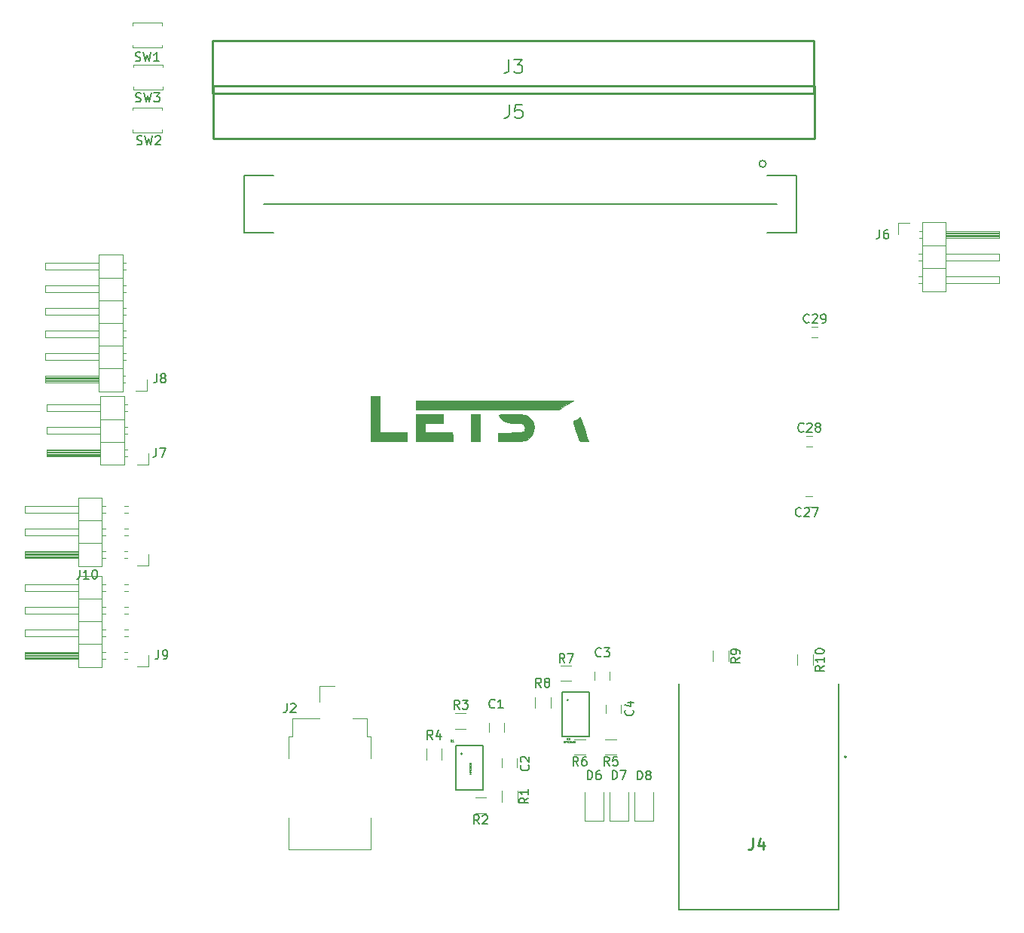
<source format=gbr>
G04 #@! TF.FileFunction,Legend,Top*
%FSLAX45Y45*%
G04 Gerber Fmt 4.5, Leading zero omitted, Abs format (unit mm)*
G04 Created by KiCad (PCBNEW 4.0.7) date 02/10/18 19:19:54*
%MOMM*%
%LPD*%
G01*
G04 APERTURE LIST*
%ADD10C,0.100000*%
%ADD11C,0.200000*%
%ADD12C,0.120000*%
%ADD13C,0.152400*%
%ADD14C,0.254000*%
%ADD15C,0.010000*%
%ADD16C,0.127000*%
%ADD17C,0.150000*%
%ADD18C,0.049267*%
%ADD19C,0.050000*%
%ADD20C,0.049235*%
G04 APERTURE END LIST*
D10*
D11*
X9992500Y-4585000D02*
X15762500Y-4585000D01*
D12*
X8177000Y-9788500D02*
X8177000Y-8760500D01*
X8177000Y-8760500D02*
X7911000Y-8760500D01*
X7911000Y-8760500D02*
X7911000Y-9788500D01*
X7911000Y-9788500D02*
X8177000Y-9788500D01*
X7911000Y-9693500D02*
X7311000Y-9693500D01*
X7311000Y-9693500D02*
X7311000Y-9617500D01*
X7311000Y-9617500D02*
X7911000Y-9617500D01*
X7911000Y-9687500D02*
X7311000Y-9687500D01*
X7911000Y-9675500D02*
X7311000Y-9675500D01*
X7911000Y-9663500D02*
X7311000Y-9663500D01*
X7911000Y-9651500D02*
X7311000Y-9651500D01*
X7911000Y-9639500D02*
X7311000Y-9639500D01*
X7911000Y-9627500D02*
X7311000Y-9627500D01*
X8216707Y-9693500D02*
X8177000Y-9693500D01*
X8216707Y-9617500D02*
X8177000Y-9617500D01*
X8464000Y-9693500D02*
X8425293Y-9693500D01*
X8464000Y-9617500D02*
X8425293Y-9617500D01*
X8177000Y-9528500D02*
X7911000Y-9528500D01*
X7911000Y-9439500D02*
X7311000Y-9439500D01*
X7311000Y-9439500D02*
X7311000Y-9363500D01*
X7311000Y-9363500D02*
X7911000Y-9363500D01*
X8216707Y-9439500D02*
X8177000Y-9439500D01*
X8216707Y-9363500D02*
X8177000Y-9363500D01*
X8470707Y-9439500D02*
X8425293Y-9439500D01*
X8470707Y-9363500D02*
X8425293Y-9363500D01*
X8177000Y-9274500D02*
X7911000Y-9274500D01*
X7911000Y-9185500D02*
X7311000Y-9185500D01*
X7311000Y-9185500D02*
X7311000Y-9109500D01*
X7311000Y-9109500D02*
X7911000Y-9109500D01*
X8216707Y-9185500D02*
X8177000Y-9185500D01*
X8216707Y-9109500D02*
X8177000Y-9109500D01*
X8470707Y-9185500D02*
X8425293Y-9185500D01*
X8470707Y-9109500D02*
X8425293Y-9109500D01*
X8177000Y-9020500D02*
X7911000Y-9020500D01*
X7911000Y-8931500D02*
X7311000Y-8931500D01*
X7311000Y-8931500D02*
X7311000Y-8855500D01*
X7311000Y-8855500D02*
X7911000Y-8855500D01*
X8216707Y-8931500D02*
X8177000Y-8931500D01*
X8216707Y-8855500D02*
X8177000Y-8855500D01*
X8470707Y-8931500D02*
X8425293Y-8931500D01*
X8470707Y-8855500D02*
X8425293Y-8855500D01*
X8702000Y-9655500D02*
X8702000Y-9782500D01*
X8702000Y-9782500D02*
X8575000Y-9782500D01*
X15992000Y-9767500D02*
X15992000Y-9647500D01*
X16168000Y-9647500D02*
X16168000Y-9767500D01*
D13*
X9772390Y-4262420D02*
X10100216Y-4262420D01*
X15977610Y-4262420D02*
X15977610Y-4907580D01*
X15977610Y-4907580D02*
X15649717Y-4907580D01*
X9772390Y-4907580D02*
X9772390Y-4262420D01*
X15649784Y-4262420D02*
X15977610Y-4262420D01*
X10100216Y-4907580D02*
X9772390Y-4907580D01*
X15638101Y-4129500D02*
G75*
G03X15638101Y-4129500I-38100J0D01*
G01*
D11*
X14656000Y-9978000D02*
X14656000Y-12518000D01*
X14656000Y-12518000D02*
X16454000Y-12518000D01*
X16454000Y-12518000D02*
X16454000Y-9978000D01*
D14*
X16538200Y-10797200D02*
G75*
G03X16538200Y-10797200I-7000J0D01*
G01*
D12*
X16086000Y-7864000D02*
X16156000Y-7864000D01*
X16156000Y-7984000D02*
X16086000Y-7984000D01*
X16160000Y-7310000D02*
X16090000Y-7310000D01*
X16090000Y-7190000D02*
X16160000Y-7190000D01*
X16221000Y-6083000D02*
X16151000Y-6083000D01*
X16151000Y-5963000D02*
X16221000Y-5963000D01*
X13882000Y-11518500D02*
X14094000Y-11518500D01*
X13882000Y-11198500D02*
X13882000Y-11518500D01*
X14094000Y-11518500D02*
X14094000Y-11198500D01*
X13602000Y-11513500D02*
X13814000Y-11513500D01*
X13602000Y-11193500D02*
X13602000Y-11513500D01*
X13814000Y-11513500D02*
X13814000Y-11193500D01*
X14162000Y-11518500D02*
X14374000Y-11518500D01*
X14162000Y-11198500D02*
X14162000Y-11518500D01*
X14374000Y-11518500D02*
X14374000Y-11198500D01*
D15*
G36*
X11298733Y-6945398D02*
X11300250Y-7148886D01*
X11603322Y-7148886D01*
X11603318Y-7249909D01*
X11199227Y-7249909D01*
X11199227Y-6741909D01*
X11297216Y-6741909D01*
X11298733Y-6945398D01*
X11298733Y-6945398D01*
G37*
X11298733Y-6945398D02*
X11300250Y-7148886D01*
X11603322Y-7148886D01*
X11603318Y-7249909D01*
X11199227Y-7249909D01*
X11199227Y-6741909D01*
X11297216Y-6741909D01*
X11298733Y-6945398D01*
G36*
X12013182Y-7047864D02*
X11804914Y-7047864D01*
X11806582Y-7098375D01*
X11808250Y-7148886D01*
X11961227Y-7150037D01*
X12114204Y-7151188D01*
X12115872Y-7200549D01*
X12117540Y-7249909D01*
X11707227Y-7249909D01*
X11707227Y-6943954D01*
X12013182Y-6943954D01*
X12013182Y-7047864D01*
X12013182Y-7047864D01*
G37*
X12013182Y-7047864D02*
X11804914Y-7047864D01*
X11806582Y-7098375D01*
X11808250Y-7148886D01*
X11961227Y-7150037D01*
X12114204Y-7151188D01*
X12115872Y-7200549D01*
X12117540Y-7249909D01*
X11707227Y-7249909D01*
X11707227Y-6943954D01*
X12013182Y-6943954D01*
X12013182Y-7047864D01*
G36*
X12369648Y-6945173D02*
X12420159Y-6946841D01*
X12423237Y-7249909D01*
X12319136Y-7249909D01*
X12319136Y-6943505D01*
X12369648Y-6945173D01*
X12369648Y-6945173D01*
G37*
X12369648Y-6945173D02*
X12420159Y-6946841D01*
X12423237Y-7249909D01*
X12319136Y-7249909D01*
X12319136Y-6943505D01*
X12369648Y-6945173D01*
G36*
X12815247Y-6944205D02*
X12855107Y-6945162D01*
X12886682Y-6947134D01*
X12911598Y-6950430D01*
X12931481Y-6955357D01*
X12947959Y-6962225D01*
X12962657Y-6971342D01*
X12977202Y-6983015D01*
X12978787Y-6984402D01*
X13005902Y-7015139D01*
X13023169Y-7049608D01*
X13030919Y-7086089D01*
X13029482Y-7122865D01*
X13019188Y-7158216D01*
X13000368Y-7190423D01*
X12973352Y-7217769D01*
X12938471Y-7238534D01*
X12929222Y-7242254D01*
X12915826Y-7244812D01*
X12891133Y-7246827D01*
X12855378Y-7248286D01*
X12808797Y-7249180D01*
X12767966Y-7249470D01*
X12625091Y-7249909D01*
X12625091Y-7151773D01*
X12752276Y-7151773D01*
X12800450Y-7151530D01*
X12838412Y-7150639D01*
X12867488Y-7148856D01*
X12889005Y-7145937D01*
X12904289Y-7141637D01*
X12914666Y-7135713D01*
X12921463Y-7127920D01*
X12925309Y-7119926D01*
X12930553Y-7098355D01*
X12926772Y-7080943D01*
X12914171Y-7064738D01*
X12906676Y-7057604D01*
X12899529Y-7052831D01*
X12890321Y-7049946D01*
X12876641Y-7048472D01*
X12856079Y-7047937D01*
X12828498Y-7047864D01*
X12781354Y-7046407D01*
X12743537Y-7041564D01*
X12713145Y-7032629D01*
X12688274Y-7018891D01*
X12667022Y-6999644D01*
X12653441Y-6982739D01*
X12644735Y-6970608D01*
X12639153Y-6961312D01*
X12637783Y-6954474D01*
X12641715Y-6949717D01*
X12652038Y-6946664D01*
X12669839Y-6944937D01*
X12696208Y-6944161D01*
X12732234Y-6943958D01*
X12765475Y-6943954D01*
X12815247Y-6944205D01*
X12815247Y-6944205D01*
G37*
X12815247Y-6944205D02*
X12855107Y-6945162D01*
X12886682Y-6947134D01*
X12911598Y-6950430D01*
X12931481Y-6955357D01*
X12947959Y-6962225D01*
X12962657Y-6971342D01*
X12977202Y-6983015D01*
X12978787Y-6984402D01*
X13005902Y-7015139D01*
X13023169Y-7049608D01*
X13030919Y-7086089D01*
X13029482Y-7122865D01*
X13019188Y-7158216D01*
X13000368Y-7190423D01*
X12973352Y-7217769D01*
X12938471Y-7238534D01*
X12929222Y-7242254D01*
X12915826Y-7244812D01*
X12891133Y-7246827D01*
X12855378Y-7248286D01*
X12808797Y-7249180D01*
X12767966Y-7249470D01*
X12625091Y-7249909D01*
X12625091Y-7151773D01*
X12752276Y-7151773D01*
X12800450Y-7151530D01*
X12838412Y-7150639D01*
X12867488Y-7148856D01*
X12889005Y-7145937D01*
X12904289Y-7141637D01*
X12914666Y-7135713D01*
X12921463Y-7127920D01*
X12925309Y-7119926D01*
X12930553Y-7098355D01*
X12926772Y-7080943D01*
X12914171Y-7064738D01*
X12906676Y-7057604D01*
X12899529Y-7052831D01*
X12890321Y-7049946D01*
X12876641Y-7048472D01*
X12856079Y-7047937D01*
X12828498Y-7047864D01*
X12781354Y-7046407D01*
X12743537Y-7041564D01*
X12713145Y-7032629D01*
X12688274Y-7018891D01*
X12667022Y-6999644D01*
X12653441Y-6982739D01*
X12644735Y-6970608D01*
X12639153Y-6961312D01*
X12637783Y-6954474D01*
X12641715Y-6949717D01*
X12652038Y-6946664D01*
X12669839Y-6944937D01*
X12696208Y-6944161D01*
X12732234Y-6943958D01*
X12765475Y-6943954D01*
X12815247Y-6944205D01*
G36*
X13597361Y-7110059D02*
X13609598Y-7146947D01*
X13620515Y-7180185D01*
X13629606Y-7208211D01*
X13636368Y-7229462D01*
X13640296Y-7242375D01*
X13641091Y-7245582D01*
X13635878Y-7248259D01*
X13622341Y-7249782D01*
X13603637Y-7250241D01*
X13582920Y-7249725D01*
X13563345Y-7248326D01*
X13548068Y-7246132D01*
X13540243Y-7243235D01*
X13539886Y-7242693D01*
X13537275Y-7235153D01*
X13531632Y-7218503D01*
X13523579Y-7194584D01*
X13513735Y-7165241D01*
X13502721Y-7132316D01*
X13502472Y-7131568D01*
X13490034Y-7094668D01*
X13481040Y-7067107D01*
X13475727Y-7047132D01*
X13474332Y-7032990D01*
X13477092Y-7022928D01*
X13484245Y-7015194D01*
X13496027Y-7008035D01*
X13512676Y-6999697D01*
X13520872Y-6995578D01*
X13553630Y-6978864D01*
X13597361Y-7110059D01*
X13597361Y-7110059D01*
G37*
X13597361Y-7110059D02*
X13609598Y-7146947D01*
X13620515Y-7180185D01*
X13629606Y-7208211D01*
X13636368Y-7229462D01*
X13640296Y-7242375D01*
X13641091Y-7245582D01*
X13635878Y-7248259D01*
X13622341Y-7249782D01*
X13603637Y-7250241D01*
X13582920Y-7249725D01*
X13563345Y-7248326D01*
X13548068Y-7246132D01*
X13540243Y-7243235D01*
X13539886Y-7242693D01*
X13537275Y-7235153D01*
X13531632Y-7218503D01*
X13523579Y-7194584D01*
X13513735Y-7165241D01*
X13502721Y-7132316D01*
X13502472Y-7131568D01*
X13490034Y-7094668D01*
X13481040Y-7067107D01*
X13475727Y-7047132D01*
X13474332Y-7032990D01*
X13477092Y-7022928D01*
X13484245Y-7015194D01*
X13496027Y-7008035D01*
X13512676Y-6999697D01*
X13520872Y-6995578D01*
X13553630Y-6978864D01*
X13597361Y-7110059D01*
G36*
X13428631Y-6817081D02*
X13401846Y-6831522D01*
X13373789Y-6848298D01*
X13349951Y-6864104D01*
X13347129Y-6866149D01*
X13312013Y-6892000D01*
X11707227Y-6892000D01*
X11707227Y-6793864D01*
X13475019Y-6793864D01*
X13428631Y-6817081D01*
X13428631Y-6817081D01*
G37*
X13428631Y-6817081D02*
X13401846Y-6831522D01*
X13373789Y-6848298D01*
X13349951Y-6864104D01*
X13347129Y-6866149D01*
X13312013Y-6892000D01*
X11707227Y-6892000D01*
X11707227Y-6793864D01*
X13475019Y-6793864D01*
X13428631Y-6817081D01*
D14*
X9422800Y-3846696D02*
X9422800Y-3250304D01*
X9422800Y-3250304D02*
X16179200Y-3250304D01*
X16179200Y-3250304D02*
X16179200Y-3846696D01*
X16179200Y-3846696D02*
X9422800Y-3846696D01*
D12*
X12669000Y-11301500D02*
X12669000Y-11181500D01*
X12845000Y-11181500D02*
X12845000Y-11301500D01*
X12372000Y-11253500D02*
X12492000Y-11253500D01*
X12492000Y-11429500D02*
X12372000Y-11429500D01*
X12147000Y-10303500D02*
X12267000Y-10303500D01*
X12267000Y-10479500D02*
X12147000Y-10479500D01*
X11819000Y-10826500D02*
X11819000Y-10706500D01*
X11995000Y-10706500D02*
X11995000Y-10826500D01*
X13833000Y-10598000D02*
X13953000Y-10598000D01*
X13953000Y-10774000D02*
X13833000Y-10774000D01*
X13485500Y-10598000D02*
X13605500Y-10598000D01*
X13605500Y-10774000D02*
X13485500Y-10774000D01*
X13330500Y-9768000D02*
X13450500Y-9768000D01*
X13450500Y-9944000D02*
X13330500Y-9944000D01*
X13040000Y-10243500D02*
X13040000Y-10123500D01*
X13216000Y-10123500D02*
X13216000Y-10243500D01*
D16*
X13414500Y-10159639D02*
G75*
G03X13414500Y-10159639I-6500J0D01*
G01*
X13348000Y-10064639D02*
X13348000Y-10564639D01*
X13348000Y-10564639D02*
X13648000Y-10564639D01*
X13648000Y-10564639D02*
X13648000Y-10064639D01*
X13648000Y-10064639D02*
X13348000Y-10064639D01*
D14*
X9422700Y-3339092D02*
X9422700Y-2742700D01*
X9422700Y-2742700D02*
X16179100Y-2742700D01*
X16179100Y-2742700D02*
X16179100Y-3339092D01*
X16179100Y-3339092D02*
X9422700Y-3339092D01*
D16*
X12223500Y-10761500D02*
G75*
G03X12223500Y-10761500I-6500J0D01*
G01*
X12157000Y-10666500D02*
X12157000Y-11166500D01*
X12157000Y-11166500D02*
X12457000Y-11166500D01*
X12457000Y-11166500D02*
X12457000Y-10666500D01*
X12457000Y-10666500D02*
X12157000Y-10666500D01*
D12*
X8426000Y-7515000D02*
X8426000Y-6741000D01*
X8426000Y-6741000D02*
X8160000Y-6741000D01*
X8160000Y-6741000D02*
X8160000Y-7515000D01*
X8160000Y-7515000D02*
X8426000Y-7515000D01*
X8160000Y-7420000D02*
X7560000Y-7420000D01*
X7560000Y-7420000D02*
X7560000Y-7344000D01*
X7560000Y-7344000D02*
X8160000Y-7344000D01*
X8160000Y-7414000D02*
X7560000Y-7414000D01*
X8160000Y-7402000D02*
X7560000Y-7402000D01*
X8160000Y-7390000D02*
X7560000Y-7390000D01*
X8160000Y-7378000D02*
X7560000Y-7378000D01*
X8160000Y-7366000D02*
X7560000Y-7366000D01*
X8160000Y-7354000D02*
X7560000Y-7354000D01*
X8459000Y-7420000D02*
X8426000Y-7420000D01*
X8459000Y-7344000D02*
X8426000Y-7344000D01*
X8426000Y-7255000D02*
X8160000Y-7255000D01*
X8160000Y-7166000D02*
X7560000Y-7166000D01*
X7560000Y-7166000D02*
X7560000Y-7090000D01*
X7560000Y-7090000D02*
X8160000Y-7090000D01*
X8465707Y-7166000D02*
X8426000Y-7166000D01*
X8465707Y-7090000D02*
X8426000Y-7090000D01*
X8426000Y-7001000D02*
X8160000Y-7001000D01*
X8160000Y-6912000D02*
X7560000Y-6912000D01*
X7560000Y-6912000D02*
X7560000Y-6836000D01*
X7560000Y-6836000D02*
X8160000Y-6836000D01*
X8465707Y-6912000D02*
X8426000Y-6912000D01*
X8465707Y-6836000D02*
X8426000Y-6836000D01*
X8697000Y-7382000D02*
X8697000Y-7509000D01*
X8697000Y-7509000D02*
X8570000Y-7509000D01*
X8407000Y-6687000D02*
X8407000Y-5151000D01*
X8407000Y-5151000D02*
X8141000Y-5151000D01*
X8141000Y-5151000D02*
X8141000Y-6687000D01*
X8141000Y-6687000D02*
X8407000Y-6687000D01*
X8141000Y-6592000D02*
X7541000Y-6592000D01*
X7541000Y-6592000D02*
X7541000Y-6516000D01*
X7541000Y-6516000D02*
X8141000Y-6516000D01*
X8141000Y-6586000D02*
X7541000Y-6586000D01*
X8141000Y-6574000D02*
X7541000Y-6574000D01*
X8141000Y-6562000D02*
X7541000Y-6562000D01*
X8141000Y-6550000D02*
X7541000Y-6550000D01*
X8141000Y-6538000D02*
X7541000Y-6538000D01*
X8141000Y-6526000D02*
X7541000Y-6526000D01*
X8440000Y-6592000D02*
X8407000Y-6592000D01*
X8440000Y-6516000D02*
X8407000Y-6516000D01*
X8407000Y-6427000D02*
X8141000Y-6427000D01*
X8141000Y-6338000D02*
X7541000Y-6338000D01*
X7541000Y-6338000D02*
X7541000Y-6262000D01*
X7541000Y-6262000D02*
X8141000Y-6262000D01*
X8446707Y-6338000D02*
X8407000Y-6338000D01*
X8446707Y-6262000D02*
X8407000Y-6262000D01*
X8407000Y-6173000D02*
X8141000Y-6173000D01*
X8141000Y-6084000D02*
X7541000Y-6084000D01*
X7541000Y-6084000D02*
X7541000Y-6008000D01*
X7541000Y-6008000D02*
X8141000Y-6008000D01*
X8446707Y-6084000D02*
X8407000Y-6084000D01*
X8446707Y-6008000D02*
X8407000Y-6008000D01*
X8407000Y-5919000D02*
X8141000Y-5919000D01*
X8141000Y-5830000D02*
X7541000Y-5830000D01*
X7541000Y-5830000D02*
X7541000Y-5754000D01*
X7541000Y-5754000D02*
X8141000Y-5754000D01*
X8446707Y-5830000D02*
X8407000Y-5830000D01*
X8446707Y-5754000D02*
X8407000Y-5754000D01*
X8407000Y-5665000D02*
X8141000Y-5665000D01*
X8141000Y-5576000D02*
X7541000Y-5576000D01*
X7541000Y-5576000D02*
X7541000Y-5500000D01*
X7541000Y-5500000D02*
X8141000Y-5500000D01*
X8446707Y-5576000D02*
X8407000Y-5576000D01*
X8446707Y-5500000D02*
X8407000Y-5500000D01*
X8407000Y-5411000D02*
X8141000Y-5411000D01*
X8141000Y-5322000D02*
X7541000Y-5322000D01*
X7541000Y-5322000D02*
X7541000Y-5246000D01*
X7541000Y-5246000D02*
X8141000Y-5246000D01*
X8446707Y-5322000D02*
X8407000Y-5322000D01*
X8446707Y-5246000D02*
X8407000Y-5246000D01*
X8678000Y-6554000D02*
X8678000Y-6681000D01*
X8678000Y-6681000D02*
X8551000Y-6681000D01*
X17393000Y-4789000D02*
X17393000Y-5563000D01*
X17393000Y-5563000D02*
X17659000Y-5563000D01*
X17659000Y-5563000D02*
X17659000Y-4789000D01*
X17659000Y-4789000D02*
X17393000Y-4789000D01*
X17659000Y-4884000D02*
X18259000Y-4884000D01*
X18259000Y-4884000D02*
X18259000Y-4960000D01*
X18259000Y-4960000D02*
X17659000Y-4960000D01*
X17659000Y-4890000D02*
X18259000Y-4890000D01*
X17659000Y-4902000D02*
X18259000Y-4902000D01*
X17659000Y-4914000D02*
X18259000Y-4914000D01*
X17659000Y-4926000D02*
X18259000Y-4926000D01*
X17659000Y-4938000D02*
X18259000Y-4938000D01*
X17659000Y-4950000D02*
X18259000Y-4950000D01*
X17360000Y-4884000D02*
X17393000Y-4884000D01*
X17360000Y-4960000D02*
X17393000Y-4960000D01*
X17393000Y-5049000D02*
X17659000Y-5049000D01*
X17659000Y-5138000D02*
X18259000Y-5138000D01*
X18259000Y-5138000D02*
X18259000Y-5214000D01*
X18259000Y-5214000D02*
X17659000Y-5214000D01*
X17353293Y-5138000D02*
X17393000Y-5138000D01*
X17353293Y-5214000D02*
X17393000Y-5214000D01*
X17393000Y-5303000D02*
X17659000Y-5303000D01*
X17659000Y-5392000D02*
X18259000Y-5392000D01*
X18259000Y-5392000D02*
X18259000Y-5468000D01*
X18259000Y-5468000D02*
X17659000Y-5468000D01*
X17353293Y-5392000D02*
X17393000Y-5392000D01*
X17353293Y-5468000D02*
X17393000Y-5468000D01*
X17122000Y-4922000D02*
X17122000Y-4795000D01*
X17122000Y-4795000D02*
X17249000Y-4795000D01*
X11197500Y-11482500D02*
X11197500Y-11837500D01*
X11197500Y-11837500D02*
X10277500Y-11837500D01*
X10277500Y-11837500D02*
X10277500Y-11482500D01*
X10277500Y-10812500D02*
X10277500Y-10567500D01*
X10277500Y-10567500D02*
X10317500Y-10567500D01*
X10317500Y-10567500D02*
X10317500Y-10367500D01*
X10317500Y-10367500D02*
X10617500Y-10367500D01*
X10997500Y-10367500D02*
X11157500Y-10367500D01*
X11157500Y-10367500D02*
X11157500Y-10567500D01*
X11157500Y-10567500D02*
X11197500Y-10567500D01*
X11197500Y-10567500D02*
X11197500Y-10812500D01*
X10618500Y-10177500D02*
X10618500Y-10003500D01*
X10618500Y-10003500D02*
X10792500Y-10003500D01*
X15044500Y-9725000D02*
X15044500Y-9605000D01*
X15220500Y-9605000D02*
X15220500Y-9725000D01*
X8177000Y-8656000D02*
X8177000Y-7882000D01*
X8177000Y-7882000D02*
X7911000Y-7882000D01*
X7911000Y-7882000D02*
X7911000Y-8656000D01*
X7911000Y-8656000D02*
X8177000Y-8656000D01*
X7911000Y-8561000D02*
X7311000Y-8561000D01*
X7311000Y-8561000D02*
X7311000Y-8485000D01*
X7311000Y-8485000D02*
X7911000Y-8485000D01*
X7911000Y-8555000D02*
X7311000Y-8555000D01*
X7911000Y-8543000D02*
X7311000Y-8543000D01*
X7911000Y-8531000D02*
X7311000Y-8531000D01*
X7911000Y-8519000D02*
X7311000Y-8519000D01*
X7911000Y-8507000D02*
X7311000Y-8507000D01*
X7911000Y-8495000D02*
X7311000Y-8495000D01*
X8216707Y-8561000D02*
X8177000Y-8561000D01*
X8216707Y-8485000D02*
X8177000Y-8485000D01*
X8464000Y-8561000D02*
X8425293Y-8561000D01*
X8464000Y-8485000D02*
X8425293Y-8485000D01*
X8177000Y-8396000D02*
X7911000Y-8396000D01*
X7911000Y-8307000D02*
X7311000Y-8307000D01*
X7311000Y-8307000D02*
X7311000Y-8231000D01*
X7311000Y-8231000D02*
X7911000Y-8231000D01*
X8216707Y-8307000D02*
X8177000Y-8307000D01*
X8216707Y-8231000D02*
X8177000Y-8231000D01*
X8470707Y-8307000D02*
X8425293Y-8307000D01*
X8470707Y-8231000D02*
X8425293Y-8231000D01*
X8177000Y-8142000D02*
X7911000Y-8142000D01*
X7911000Y-8053000D02*
X7311000Y-8053000D01*
X7311000Y-8053000D02*
X7311000Y-7977000D01*
X7311000Y-7977000D02*
X7911000Y-7977000D01*
X8216707Y-8053000D02*
X8177000Y-8053000D01*
X8216707Y-7977000D02*
X8177000Y-7977000D01*
X8470707Y-8053000D02*
X8425293Y-8053000D01*
X8470707Y-7977000D02*
X8425293Y-7977000D01*
X8702000Y-8523000D02*
X8702000Y-8650000D01*
X8702000Y-8650000D02*
X8575000Y-8650000D01*
X8517500Y-2795000D02*
X8517500Y-2825000D01*
X8517500Y-2825000D02*
X8847500Y-2825000D01*
X8847500Y-2825000D02*
X8847500Y-2795000D01*
X8517500Y-2575000D02*
X8517500Y-2545000D01*
X8517500Y-2545000D02*
X8847500Y-2545000D01*
X8847500Y-2545000D02*
X8847500Y-2575000D01*
X8527500Y-3265000D02*
X8527500Y-3295000D01*
X8527500Y-3295000D02*
X8857500Y-3295000D01*
X8857500Y-3295000D02*
X8857500Y-3265000D01*
X8527500Y-3045000D02*
X8527500Y-3015000D01*
X8527500Y-3015000D02*
X8857500Y-3015000D01*
X8857500Y-3015000D02*
X8857500Y-3045000D01*
X8525000Y-3747500D02*
X8525000Y-3777500D01*
X8525000Y-3777500D02*
X8855000Y-3777500D01*
X8855000Y-3777500D02*
X8855000Y-3747500D01*
X8525000Y-3527500D02*
X8525000Y-3497500D01*
X8525000Y-3497500D02*
X8855000Y-3497500D01*
X8855000Y-3497500D02*
X8855000Y-3527500D01*
X12692000Y-10516500D02*
X12692000Y-10416500D01*
X12522000Y-10416500D02*
X12522000Y-10516500D01*
X12672000Y-10816500D02*
X12672000Y-10916500D01*
X12842000Y-10916500D02*
X12842000Y-10816500D01*
X13883000Y-9936000D02*
X13883000Y-9836000D01*
X13713000Y-9836000D02*
X13713000Y-9936000D01*
X13838000Y-10208500D02*
X13838000Y-10308500D01*
X14008000Y-10308500D02*
X14008000Y-10208500D01*
D17*
X8812667Y-9596738D02*
X8812667Y-9668167D01*
X8807905Y-9682452D01*
X8798381Y-9691976D01*
X8784095Y-9696738D01*
X8774571Y-9696738D01*
X8865048Y-9696738D02*
X8884095Y-9696738D01*
X8893619Y-9691976D01*
X8898381Y-9687214D01*
X8907905Y-9672929D01*
X8912667Y-9653881D01*
X8912667Y-9615786D01*
X8907905Y-9606262D01*
X8903143Y-9601500D01*
X8893619Y-9596738D01*
X8874571Y-9596738D01*
X8865048Y-9601500D01*
X8860286Y-9606262D01*
X8855524Y-9615786D01*
X8855524Y-9639595D01*
X8860286Y-9649119D01*
X8865048Y-9653881D01*
X8874571Y-9658643D01*
X8893619Y-9658643D01*
X8903143Y-9653881D01*
X8907905Y-9649119D01*
X8912667Y-9639595D01*
X16290238Y-9771786D02*
X16242619Y-9805119D01*
X16290238Y-9828929D02*
X16190238Y-9828929D01*
X16190238Y-9790833D01*
X16195000Y-9781310D01*
X16199762Y-9776548D01*
X16209286Y-9771786D01*
X16223571Y-9771786D01*
X16233095Y-9776548D01*
X16237857Y-9781310D01*
X16242619Y-9790833D01*
X16242619Y-9828929D01*
X16290238Y-9676548D02*
X16290238Y-9733691D01*
X16290238Y-9705119D02*
X16190238Y-9705119D01*
X16204524Y-9714643D01*
X16214048Y-9724167D01*
X16218809Y-9733691D01*
X16190238Y-9614643D02*
X16190238Y-9605119D01*
X16195000Y-9595595D01*
X16199762Y-9590833D01*
X16209286Y-9586071D01*
X16228333Y-9581310D01*
X16252143Y-9581310D01*
X16271190Y-9586071D01*
X16280714Y-9590833D01*
X16285476Y-9595595D01*
X16290238Y-9605119D01*
X16290238Y-9614643D01*
X16285476Y-9624167D01*
X16280714Y-9628929D01*
X16271190Y-9633691D01*
X16252143Y-9638452D01*
X16228333Y-9638452D01*
X16209286Y-9633691D01*
X16199762Y-9628929D01*
X16195000Y-9624167D01*
X16190238Y-9614643D01*
D14*
X15490041Y-11714088D02*
X15490041Y-11804803D01*
X15483993Y-11822945D01*
X15471898Y-11835041D01*
X15453755Y-11841088D01*
X15441660Y-11841088D01*
X15604945Y-11756422D02*
X15604945Y-11841088D01*
X15574707Y-11708041D02*
X15544469Y-11798755D01*
X15623088Y-11798755D01*
D17*
X16031714Y-8084714D02*
X16026952Y-8089476D01*
X16012667Y-8094238D01*
X16003143Y-8094238D01*
X15988857Y-8089476D01*
X15979333Y-8079952D01*
X15974571Y-8070429D01*
X15969809Y-8051381D01*
X15969809Y-8037095D01*
X15974571Y-8018048D01*
X15979333Y-8008524D01*
X15988857Y-7999000D01*
X16003143Y-7994238D01*
X16012667Y-7994238D01*
X16026952Y-7999000D01*
X16031714Y-8003762D01*
X16069809Y-8003762D02*
X16074571Y-7999000D01*
X16084095Y-7994238D01*
X16107905Y-7994238D01*
X16117429Y-7999000D01*
X16122190Y-8003762D01*
X16126952Y-8013286D01*
X16126952Y-8022809D01*
X16122190Y-8037095D01*
X16065048Y-8094238D01*
X16126952Y-8094238D01*
X16160286Y-7994238D02*
X16226952Y-7994238D01*
X16184095Y-8094238D01*
X16060714Y-7135714D02*
X16055952Y-7140476D01*
X16041667Y-7145238D01*
X16032143Y-7145238D01*
X16017857Y-7140476D01*
X16008333Y-7130952D01*
X16003571Y-7121429D01*
X15998809Y-7102381D01*
X15998809Y-7088095D01*
X16003571Y-7069048D01*
X16008333Y-7059524D01*
X16017857Y-7050000D01*
X16032143Y-7045238D01*
X16041667Y-7045238D01*
X16055952Y-7050000D01*
X16060714Y-7054762D01*
X16098809Y-7054762D02*
X16103571Y-7050000D01*
X16113095Y-7045238D01*
X16136905Y-7045238D01*
X16146429Y-7050000D01*
X16151190Y-7054762D01*
X16155952Y-7064286D01*
X16155952Y-7073809D01*
X16151190Y-7088095D01*
X16094048Y-7145238D01*
X16155952Y-7145238D01*
X16213095Y-7088095D02*
X16203571Y-7083333D01*
X16198809Y-7078571D01*
X16194048Y-7069048D01*
X16194048Y-7064286D01*
X16198809Y-7054762D01*
X16203571Y-7050000D01*
X16213095Y-7045238D01*
X16232143Y-7045238D01*
X16241667Y-7050000D01*
X16246429Y-7054762D01*
X16251190Y-7064286D01*
X16251190Y-7069048D01*
X16246429Y-7078571D01*
X16241667Y-7083333D01*
X16232143Y-7088095D01*
X16213095Y-7088095D01*
X16203571Y-7092857D01*
X16198809Y-7097619D01*
X16194048Y-7107143D01*
X16194048Y-7126190D01*
X16198809Y-7135714D01*
X16203571Y-7140476D01*
X16213095Y-7145238D01*
X16232143Y-7145238D01*
X16241667Y-7140476D01*
X16246429Y-7135714D01*
X16251190Y-7126190D01*
X16251190Y-7107143D01*
X16246429Y-7097619D01*
X16241667Y-7092857D01*
X16232143Y-7088095D01*
X16121714Y-5908714D02*
X16116952Y-5913476D01*
X16102667Y-5918238D01*
X16093143Y-5918238D01*
X16078857Y-5913476D01*
X16069333Y-5903952D01*
X16064571Y-5894429D01*
X16059809Y-5875381D01*
X16059809Y-5861095D01*
X16064571Y-5842048D01*
X16069333Y-5832524D01*
X16078857Y-5823000D01*
X16093143Y-5818238D01*
X16102667Y-5818238D01*
X16116952Y-5823000D01*
X16121714Y-5827762D01*
X16159809Y-5827762D02*
X16164571Y-5823000D01*
X16174095Y-5818238D01*
X16197905Y-5818238D01*
X16207429Y-5823000D01*
X16212190Y-5827762D01*
X16216952Y-5837286D01*
X16216952Y-5846809D01*
X16212190Y-5861095D01*
X16155048Y-5918238D01*
X16216952Y-5918238D01*
X16264571Y-5918238D02*
X16283619Y-5918238D01*
X16293143Y-5913476D01*
X16297905Y-5908714D01*
X16307429Y-5894429D01*
X16312190Y-5875381D01*
X16312190Y-5837286D01*
X16307429Y-5827762D01*
X16302667Y-5823000D01*
X16293143Y-5818238D01*
X16274095Y-5818238D01*
X16264571Y-5823000D01*
X16259809Y-5827762D01*
X16255048Y-5837286D01*
X16255048Y-5861095D01*
X16259809Y-5870619D01*
X16264571Y-5875381D01*
X16274095Y-5880143D01*
X16293143Y-5880143D01*
X16302667Y-5875381D01*
X16307429Y-5870619D01*
X16312190Y-5861095D01*
X13911690Y-11048738D02*
X13911690Y-10948738D01*
X13935500Y-10948738D01*
X13949786Y-10953500D01*
X13959310Y-10963024D01*
X13964071Y-10972548D01*
X13968833Y-10991595D01*
X13968833Y-11005881D01*
X13964071Y-11024929D01*
X13959310Y-11034452D01*
X13949786Y-11043976D01*
X13935500Y-11048738D01*
X13911690Y-11048738D01*
X14002167Y-10948738D02*
X14068833Y-10948738D01*
X14025976Y-11048738D01*
X13631690Y-11051238D02*
X13631690Y-10951238D01*
X13655500Y-10951238D01*
X13669786Y-10956000D01*
X13679310Y-10965524D01*
X13684071Y-10975048D01*
X13688833Y-10994095D01*
X13688833Y-11008381D01*
X13684071Y-11027429D01*
X13679310Y-11036952D01*
X13669786Y-11046476D01*
X13655500Y-11051238D01*
X13631690Y-11051238D01*
X13774548Y-10951238D02*
X13755500Y-10951238D01*
X13745976Y-10956000D01*
X13741214Y-10960762D01*
X13731690Y-10975048D01*
X13726929Y-10994095D01*
X13726929Y-11032191D01*
X13731690Y-11041714D01*
X13736452Y-11046476D01*
X13745976Y-11051238D01*
X13765024Y-11051238D01*
X13774548Y-11046476D01*
X13779310Y-11041714D01*
X13784071Y-11032191D01*
X13784071Y-11008381D01*
X13779310Y-10998857D01*
X13774548Y-10994095D01*
X13765024Y-10989333D01*
X13745976Y-10989333D01*
X13736452Y-10994095D01*
X13731690Y-10998857D01*
X13726929Y-11008381D01*
X14191690Y-11053738D02*
X14191690Y-10953738D01*
X14215500Y-10953738D01*
X14229786Y-10958500D01*
X14239310Y-10968024D01*
X14244071Y-10977548D01*
X14248833Y-10996595D01*
X14248833Y-11010881D01*
X14244071Y-11029929D01*
X14239310Y-11039452D01*
X14229786Y-11048976D01*
X14215500Y-11053738D01*
X14191690Y-11053738D01*
X14305976Y-10996595D02*
X14296452Y-10991833D01*
X14291690Y-10987071D01*
X14286929Y-10977548D01*
X14286929Y-10972786D01*
X14291690Y-10963262D01*
X14296452Y-10958500D01*
X14305976Y-10953738D01*
X14325024Y-10953738D01*
X14334548Y-10958500D01*
X14339310Y-10963262D01*
X14344071Y-10972786D01*
X14344071Y-10977548D01*
X14339310Y-10987071D01*
X14334548Y-10991833D01*
X14325024Y-10996595D01*
X14305976Y-10996595D01*
X14296452Y-11001357D01*
X14291690Y-11006119D01*
X14286929Y-11015643D01*
X14286929Y-11034691D01*
X14291690Y-11044214D01*
X14296452Y-11048976D01*
X14305976Y-11053738D01*
X14325024Y-11053738D01*
X14334548Y-11048976D01*
X14339310Y-11044214D01*
X14344071Y-11034691D01*
X14344071Y-11015643D01*
X14339310Y-11006119D01*
X14334548Y-11001357D01*
X14325024Y-10996595D01*
X12750200Y-3465043D02*
X12750200Y-3573900D01*
X12742943Y-3595671D01*
X12728428Y-3610186D01*
X12706657Y-3617443D01*
X12692143Y-3617443D01*
X12895343Y-3465043D02*
X12822771Y-3465043D01*
X12815514Y-3537614D01*
X12822771Y-3530357D01*
X12837286Y-3523100D01*
X12873571Y-3523100D01*
X12888086Y-3530357D01*
X12895343Y-3537614D01*
X12902600Y-3552129D01*
X12902600Y-3588414D01*
X12895343Y-3602929D01*
X12888086Y-3610186D01*
X12873571Y-3617443D01*
X12837286Y-3617443D01*
X12822771Y-3610186D01*
X12815514Y-3602929D01*
X12967238Y-11258167D02*
X12919619Y-11291500D01*
X12967238Y-11315309D02*
X12867238Y-11315309D01*
X12867238Y-11277214D01*
X12872000Y-11267690D01*
X12876762Y-11262928D01*
X12886286Y-11258167D01*
X12900571Y-11258167D01*
X12910095Y-11262928D01*
X12914857Y-11267690D01*
X12919619Y-11277214D01*
X12919619Y-11315309D01*
X12967238Y-11162929D02*
X12967238Y-11220071D01*
X12967238Y-11191500D02*
X12867238Y-11191500D01*
X12881524Y-11201024D01*
X12891048Y-11210548D01*
X12895809Y-11220071D01*
X12415333Y-11551738D02*
X12382000Y-11504119D01*
X12358190Y-11551738D02*
X12358190Y-11451738D01*
X12396286Y-11451738D01*
X12405810Y-11456500D01*
X12410571Y-11461262D01*
X12415333Y-11470786D01*
X12415333Y-11485071D01*
X12410571Y-11494595D01*
X12405810Y-11499357D01*
X12396286Y-11504119D01*
X12358190Y-11504119D01*
X12453429Y-11461262D02*
X12458190Y-11456500D01*
X12467714Y-11451738D01*
X12491524Y-11451738D01*
X12501048Y-11456500D01*
X12505810Y-11461262D01*
X12510571Y-11470786D01*
X12510571Y-11480309D01*
X12505810Y-11494595D01*
X12448667Y-11551738D01*
X12510571Y-11551738D01*
X12192833Y-10259238D02*
X12159500Y-10211619D01*
X12135690Y-10259238D02*
X12135690Y-10159238D01*
X12173786Y-10159238D01*
X12183310Y-10164000D01*
X12188071Y-10168762D01*
X12192833Y-10178286D01*
X12192833Y-10192571D01*
X12188071Y-10202095D01*
X12183310Y-10206857D01*
X12173786Y-10211619D01*
X12135690Y-10211619D01*
X12226167Y-10159238D02*
X12288071Y-10159238D01*
X12254738Y-10197333D01*
X12269024Y-10197333D01*
X12278548Y-10202095D01*
X12283310Y-10206857D01*
X12288071Y-10216381D01*
X12288071Y-10240191D01*
X12283310Y-10249714D01*
X12278548Y-10254476D01*
X12269024Y-10259238D01*
X12240452Y-10259238D01*
X12230929Y-10254476D01*
X12226167Y-10249714D01*
X11892833Y-10599238D02*
X11859500Y-10551619D01*
X11835690Y-10599238D02*
X11835690Y-10499238D01*
X11873786Y-10499238D01*
X11883310Y-10504000D01*
X11888071Y-10508762D01*
X11892833Y-10518286D01*
X11892833Y-10532571D01*
X11888071Y-10542095D01*
X11883310Y-10546857D01*
X11873786Y-10551619D01*
X11835690Y-10551619D01*
X11978548Y-10532571D02*
X11978548Y-10599238D01*
X11954738Y-10494476D02*
X11930929Y-10565905D01*
X11992833Y-10565905D01*
X13876333Y-10896238D02*
X13843000Y-10848619D01*
X13819190Y-10896238D02*
X13819190Y-10796238D01*
X13857286Y-10796238D01*
X13866810Y-10801000D01*
X13871571Y-10805762D01*
X13876333Y-10815286D01*
X13876333Y-10829571D01*
X13871571Y-10839095D01*
X13866810Y-10843857D01*
X13857286Y-10848619D01*
X13819190Y-10848619D01*
X13966810Y-10796238D02*
X13919190Y-10796238D01*
X13914429Y-10843857D01*
X13919190Y-10839095D01*
X13928714Y-10834333D01*
X13952524Y-10834333D01*
X13962048Y-10839095D01*
X13966810Y-10843857D01*
X13971571Y-10853381D01*
X13971571Y-10877191D01*
X13966810Y-10886714D01*
X13962048Y-10891476D01*
X13952524Y-10896238D01*
X13928714Y-10896238D01*
X13919190Y-10891476D01*
X13914429Y-10886714D01*
X13528833Y-10896238D02*
X13495500Y-10848619D01*
X13471690Y-10896238D02*
X13471690Y-10796238D01*
X13509786Y-10796238D01*
X13519310Y-10801000D01*
X13524071Y-10805762D01*
X13528833Y-10815286D01*
X13528833Y-10829571D01*
X13524071Y-10839095D01*
X13519310Y-10843857D01*
X13509786Y-10848619D01*
X13471690Y-10848619D01*
X13614548Y-10796238D02*
X13595500Y-10796238D01*
X13585976Y-10801000D01*
X13581214Y-10805762D01*
X13571690Y-10820048D01*
X13566929Y-10839095D01*
X13566929Y-10877191D01*
X13571690Y-10886714D01*
X13576452Y-10891476D01*
X13585976Y-10896238D01*
X13605024Y-10896238D01*
X13614548Y-10891476D01*
X13619310Y-10886714D01*
X13624071Y-10877191D01*
X13624071Y-10853381D01*
X13619310Y-10843857D01*
X13614548Y-10839095D01*
X13605024Y-10834333D01*
X13585976Y-10834333D01*
X13576452Y-10839095D01*
X13571690Y-10843857D01*
X13566929Y-10853381D01*
X13376333Y-9738738D02*
X13343000Y-9691119D01*
X13319190Y-9738738D02*
X13319190Y-9638738D01*
X13357286Y-9638738D01*
X13366810Y-9643500D01*
X13371571Y-9648262D01*
X13376333Y-9657786D01*
X13376333Y-9672071D01*
X13371571Y-9681595D01*
X13366810Y-9686357D01*
X13357286Y-9691119D01*
X13319190Y-9691119D01*
X13409667Y-9638738D02*
X13476333Y-9638738D01*
X13433476Y-9738738D01*
X13111333Y-10013738D02*
X13078000Y-9966119D01*
X13054190Y-10013738D02*
X13054190Y-9913738D01*
X13092286Y-9913738D01*
X13101810Y-9918500D01*
X13106571Y-9923262D01*
X13111333Y-9932786D01*
X13111333Y-9947071D01*
X13106571Y-9956595D01*
X13101810Y-9961357D01*
X13092286Y-9966119D01*
X13054190Y-9966119D01*
X13168476Y-9956595D02*
X13158952Y-9951833D01*
X13154190Y-9947071D01*
X13149429Y-9937548D01*
X13149429Y-9932786D01*
X13154190Y-9923262D01*
X13158952Y-9918500D01*
X13168476Y-9913738D01*
X13187524Y-9913738D01*
X13197048Y-9918500D01*
X13201810Y-9923262D01*
X13206571Y-9932786D01*
X13206571Y-9937548D01*
X13201810Y-9947071D01*
X13197048Y-9951833D01*
X13187524Y-9956595D01*
X13168476Y-9956595D01*
X13158952Y-9961357D01*
X13154190Y-9966119D01*
X13149429Y-9975643D01*
X13149429Y-9994691D01*
X13154190Y-10004214D01*
X13158952Y-10008976D01*
X13168476Y-10013738D01*
X13187524Y-10013738D01*
X13197048Y-10008976D01*
X13201810Y-10004214D01*
X13206571Y-9994691D01*
X13206571Y-9975643D01*
X13201810Y-9966119D01*
X13197048Y-9961357D01*
X13187524Y-9956595D01*
D18*
X13397892Y-10581652D02*
X13397892Y-10597605D01*
X13398831Y-10599481D01*
X13399769Y-10600420D01*
X13401646Y-10601358D01*
X13405400Y-10601358D01*
X13407276Y-10600420D01*
X13408215Y-10599481D01*
X13409153Y-10597605D01*
X13409153Y-10581652D01*
X13417599Y-10583528D02*
X13418537Y-10582590D01*
X13420414Y-10581652D01*
X13425106Y-10581652D01*
X13426983Y-10582590D01*
X13427921Y-10583528D01*
X13428860Y-10585405D01*
X13428860Y-10587282D01*
X13427921Y-10590097D01*
X13416661Y-10601358D01*
X13428860Y-10601358D01*
D19*
D20*
X13360289Y-10636190D02*
X13360289Y-10616496D01*
X13366854Y-10630564D01*
X13373419Y-10616496D01*
X13373419Y-10636190D01*
X13382797Y-10636190D02*
X13382797Y-10616496D01*
X13390299Y-10616496D01*
X13392175Y-10617434D01*
X13393113Y-10618372D01*
X13394051Y-10620248D01*
X13394051Y-10623061D01*
X13393113Y-10624937D01*
X13392175Y-10625875D01*
X13390299Y-10626812D01*
X13382797Y-10626812D01*
X13402491Y-10636190D02*
X13402491Y-10616496D01*
X13409055Y-10630564D01*
X13415620Y-10616496D01*
X13415620Y-10636190D01*
X13423123Y-10616496D02*
X13435314Y-10616496D01*
X13428749Y-10623999D01*
X13431563Y-10623999D01*
X13433438Y-10624937D01*
X13434376Y-10625875D01*
X13435314Y-10627750D01*
X13435314Y-10632439D01*
X13434376Y-10634315D01*
X13433438Y-10635253D01*
X13431563Y-10636190D01*
X13425936Y-10636190D01*
X13424060Y-10635253D01*
X13423123Y-10634315D01*
X13452195Y-10616496D02*
X13448443Y-10616496D01*
X13446568Y-10617434D01*
X13445630Y-10618372D01*
X13443754Y-10621185D01*
X13442817Y-10624937D01*
X13442817Y-10632439D01*
X13443754Y-10634315D01*
X13444692Y-10635253D01*
X13446568Y-10636190D01*
X13450319Y-10636190D01*
X13452195Y-10635253D01*
X13453132Y-10634315D01*
X13454070Y-10632439D01*
X13454070Y-10627750D01*
X13453132Y-10625875D01*
X13452195Y-10624937D01*
X13450319Y-10623999D01*
X13446568Y-10623999D01*
X13444692Y-10624937D01*
X13443754Y-10625875D01*
X13442817Y-10627750D01*
X13461573Y-10618372D02*
X13462511Y-10617434D01*
X13464386Y-10616496D01*
X13469075Y-10616496D01*
X13470951Y-10617434D01*
X13471889Y-10618372D01*
X13472827Y-10620248D01*
X13472827Y-10622123D01*
X13471889Y-10624937D01*
X13460635Y-10636190D01*
X13472827Y-10636190D01*
X13485018Y-10616496D02*
X13486894Y-10616496D01*
X13488769Y-10617434D01*
X13489707Y-10618372D01*
X13490645Y-10620248D01*
X13491583Y-10623999D01*
X13491583Y-10628688D01*
X13490645Y-10632439D01*
X13489707Y-10634315D01*
X13488769Y-10635253D01*
X13486894Y-10636190D01*
X13485018Y-10636190D01*
X13483142Y-10635253D01*
X13482205Y-10634315D01*
X13481267Y-10632439D01*
X13480329Y-10628688D01*
X13480329Y-10623999D01*
X13481267Y-10620248D01*
X13482205Y-10618372D01*
X13483142Y-10617434D01*
X13485018Y-10616496D01*
D19*
D17*
X12750100Y-2957439D02*
X12750100Y-3066296D01*
X12742843Y-3088067D01*
X12728329Y-3102582D01*
X12706557Y-3109839D01*
X12692043Y-3109839D01*
X12808157Y-2957439D02*
X12902500Y-2957439D01*
X12851700Y-3015496D01*
X12873471Y-3015496D01*
X12887986Y-3022753D01*
X12895243Y-3030010D01*
X12902500Y-3044525D01*
X12902500Y-3080810D01*
X12895243Y-3095325D01*
X12887986Y-3102582D01*
X12873471Y-3109839D01*
X12829929Y-3109839D01*
X12815414Y-3102582D01*
X12808157Y-3095325D01*
D18*
X12094485Y-10605708D02*
X12094485Y-10621661D01*
X12095424Y-10623538D01*
X12096362Y-10624477D01*
X12098239Y-10625415D01*
X12101993Y-10625415D01*
X12103869Y-10624477D01*
X12104808Y-10623538D01*
X12105746Y-10621661D01*
X12105746Y-10605708D01*
X12125453Y-10625415D02*
X12114192Y-10625415D01*
X12119822Y-10625415D02*
X12119822Y-10605708D01*
X12117946Y-10608524D01*
X12116069Y-10610400D01*
X12114192Y-10611339D01*
D19*
D20*
X12323409Y-10991678D02*
X12303715Y-10991678D01*
X12317782Y-10985113D01*
X12303715Y-10978548D01*
X12323409Y-10978548D01*
X12323409Y-10969170D02*
X12303715Y-10969170D01*
X12303715Y-10961668D01*
X12304653Y-10959792D01*
X12305591Y-10958854D01*
X12307466Y-10957917D01*
X12310280Y-10957917D01*
X12312155Y-10958854D01*
X12313093Y-10959792D01*
X12314031Y-10961668D01*
X12314031Y-10969170D01*
X12323409Y-10949476D02*
X12303715Y-10949476D01*
X12317782Y-10942912D01*
X12303715Y-10936347D01*
X12323409Y-10936347D01*
X12303715Y-10928845D02*
X12303715Y-10916653D01*
X12311218Y-10923218D01*
X12311218Y-10920404D01*
X12312155Y-10918529D01*
X12313093Y-10917591D01*
X12314969Y-10916653D01*
X12319658Y-10916653D01*
X12321534Y-10917591D01*
X12322471Y-10918529D01*
X12323409Y-10920404D01*
X12323409Y-10926031D01*
X12322471Y-10927907D01*
X12321534Y-10928845D01*
X12303715Y-10899773D02*
X12303715Y-10903524D01*
X12304653Y-10905399D01*
X12305591Y-10906337D01*
X12308404Y-10908213D01*
X12312155Y-10909151D01*
X12319658Y-10909151D01*
X12321534Y-10908213D01*
X12322471Y-10907275D01*
X12323409Y-10905399D01*
X12323409Y-10901648D01*
X12322471Y-10899773D01*
X12321534Y-10898835D01*
X12319658Y-10897897D01*
X12314969Y-10897897D01*
X12313093Y-10898835D01*
X12312155Y-10899773D01*
X12311218Y-10901648D01*
X12311218Y-10905399D01*
X12312155Y-10907275D01*
X12313093Y-10908213D01*
X12314969Y-10909151D01*
X12305591Y-10890394D02*
X12304653Y-10889457D01*
X12303715Y-10887581D01*
X12303715Y-10882892D01*
X12304653Y-10881016D01*
X12305591Y-10880079D01*
X12307466Y-10879141D01*
X12309342Y-10879141D01*
X12312155Y-10880079D01*
X12323409Y-10891332D01*
X12323409Y-10879141D01*
X12303715Y-10866949D02*
X12303715Y-10865074D01*
X12304653Y-10863198D01*
X12305591Y-10862260D01*
X12307466Y-10861322D01*
X12311218Y-10860384D01*
X12315907Y-10860384D01*
X12319658Y-10861322D01*
X12321534Y-10862260D01*
X12322471Y-10863198D01*
X12323409Y-10865074D01*
X12323409Y-10866949D01*
X12322471Y-10868825D01*
X12321534Y-10869763D01*
X12319658Y-10870700D01*
X12315907Y-10871638D01*
X12311218Y-10871638D01*
X12307466Y-10870700D01*
X12305591Y-10869763D01*
X12304653Y-10868825D01*
X12303715Y-10866949D01*
D19*
D17*
X8786667Y-7323238D02*
X8786667Y-7394667D01*
X8781905Y-7408952D01*
X8772381Y-7418476D01*
X8758095Y-7423238D01*
X8748571Y-7423238D01*
X8824762Y-7323238D02*
X8891429Y-7323238D01*
X8848571Y-7423238D01*
X8792667Y-6491238D02*
X8792667Y-6562667D01*
X8787905Y-6576952D01*
X8778381Y-6586476D01*
X8764095Y-6591238D01*
X8754571Y-6591238D01*
X8854571Y-6534095D02*
X8845048Y-6529333D01*
X8840286Y-6524571D01*
X8835524Y-6515048D01*
X8835524Y-6510286D01*
X8840286Y-6500762D01*
X8845048Y-6496000D01*
X8854571Y-6491238D01*
X8873619Y-6491238D01*
X8883143Y-6496000D01*
X8887905Y-6500762D01*
X8892667Y-6510286D01*
X8892667Y-6515048D01*
X8887905Y-6524571D01*
X8883143Y-6529333D01*
X8873619Y-6534095D01*
X8854571Y-6534095D01*
X8845048Y-6538857D01*
X8840286Y-6543619D01*
X8835524Y-6553143D01*
X8835524Y-6572190D01*
X8840286Y-6581714D01*
X8845048Y-6586476D01*
X8854571Y-6591238D01*
X8873619Y-6591238D01*
X8883143Y-6586476D01*
X8887905Y-6581714D01*
X8892667Y-6572190D01*
X8892667Y-6553143D01*
X8887905Y-6543619D01*
X8883143Y-6538857D01*
X8873619Y-6534095D01*
X16915667Y-4871238D02*
X16915667Y-4942667D01*
X16910905Y-4956952D01*
X16901381Y-4966476D01*
X16887095Y-4971238D01*
X16877571Y-4971238D01*
X17006143Y-4871238D02*
X16987095Y-4871238D01*
X16977571Y-4876000D01*
X16972810Y-4880762D01*
X16963286Y-4895048D01*
X16958524Y-4914095D01*
X16958524Y-4952191D01*
X16963286Y-4961714D01*
X16968048Y-4966476D01*
X16977571Y-4971238D01*
X16996619Y-4971238D01*
X17006143Y-4966476D01*
X17010905Y-4961714D01*
X17015667Y-4952191D01*
X17015667Y-4928381D01*
X17010905Y-4918857D01*
X17006143Y-4914095D01*
X16996619Y-4909333D01*
X16977571Y-4909333D01*
X16968048Y-4914095D01*
X16963286Y-4918857D01*
X16958524Y-4928381D01*
X10254167Y-10197738D02*
X10254167Y-10269167D01*
X10249405Y-10283452D01*
X10239881Y-10292976D01*
X10225595Y-10297738D01*
X10216071Y-10297738D01*
X10297024Y-10207262D02*
X10301786Y-10202500D01*
X10311310Y-10197738D01*
X10335119Y-10197738D01*
X10344643Y-10202500D01*
X10349405Y-10207262D01*
X10354167Y-10216786D01*
X10354167Y-10226310D01*
X10349405Y-10240595D01*
X10292262Y-10297738D01*
X10354167Y-10297738D01*
X15342738Y-9681667D02*
X15295119Y-9715000D01*
X15342738Y-9738810D02*
X15242738Y-9738810D01*
X15242738Y-9700714D01*
X15247500Y-9691190D01*
X15252262Y-9686429D01*
X15261786Y-9681667D01*
X15276071Y-9681667D01*
X15285595Y-9686429D01*
X15290357Y-9691190D01*
X15295119Y-9700714D01*
X15295119Y-9738810D01*
X15342738Y-9634048D02*
X15342738Y-9615000D01*
X15337976Y-9605476D01*
X15333214Y-9600714D01*
X15318929Y-9591190D01*
X15299881Y-9586429D01*
X15261786Y-9586429D01*
X15252262Y-9591190D01*
X15247500Y-9595952D01*
X15242738Y-9605476D01*
X15242738Y-9624524D01*
X15247500Y-9634048D01*
X15252262Y-9638810D01*
X15261786Y-9643571D01*
X15285595Y-9643571D01*
X15295119Y-9638810D01*
X15299881Y-9634048D01*
X15304643Y-9624524D01*
X15304643Y-9605476D01*
X15299881Y-9595952D01*
X15295119Y-9591190D01*
X15285595Y-9586429D01*
X7928548Y-8695238D02*
X7928548Y-8766667D01*
X7923786Y-8780952D01*
X7914262Y-8790476D01*
X7899976Y-8795238D01*
X7890452Y-8795238D01*
X8028548Y-8795238D02*
X7971405Y-8795238D01*
X7999976Y-8795238D02*
X7999976Y-8695238D01*
X7990452Y-8709524D01*
X7980929Y-8719048D01*
X7971405Y-8723810D01*
X8090452Y-8695238D02*
X8099976Y-8695238D01*
X8109500Y-8700000D01*
X8114262Y-8704762D01*
X8119024Y-8714286D01*
X8123786Y-8733333D01*
X8123786Y-8757143D01*
X8119024Y-8776191D01*
X8114262Y-8785714D01*
X8109500Y-8790476D01*
X8099976Y-8795238D01*
X8090452Y-8795238D01*
X8080929Y-8790476D01*
X8076167Y-8785714D01*
X8071405Y-8776191D01*
X8066643Y-8757143D01*
X8066643Y-8733333D01*
X8071405Y-8714286D01*
X8076167Y-8704762D01*
X8080929Y-8700000D01*
X8090452Y-8695238D01*
X8551667Y-2970476D02*
X8565952Y-2975238D01*
X8589762Y-2975238D01*
X8599286Y-2970476D01*
X8604048Y-2965714D01*
X8608810Y-2956190D01*
X8608810Y-2946667D01*
X8604048Y-2937143D01*
X8599286Y-2932381D01*
X8589762Y-2927619D01*
X8570714Y-2922857D01*
X8561191Y-2918095D01*
X8556429Y-2913333D01*
X8551667Y-2903809D01*
X8551667Y-2894286D01*
X8556429Y-2884762D01*
X8561191Y-2880000D01*
X8570714Y-2875238D01*
X8594524Y-2875238D01*
X8608810Y-2880000D01*
X8642143Y-2875238D02*
X8665952Y-2975238D01*
X8685000Y-2903809D01*
X8704048Y-2975238D01*
X8727857Y-2875238D01*
X8818333Y-2975238D02*
X8761191Y-2975238D01*
X8789762Y-2975238D02*
X8789762Y-2875238D01*
X8780238Y-2889524D01*
X8770714Y-2899048D01*
X8761191Y-2903809D01*
X8569167Y-3910476D02*
X8583452Y-3915238D01*
X8607262Y-3915238D01*
X8616786Y-3910476D01*
X8621548Y-3905714D01*
X8626310Y-3896190D01*
X8626310Y-3886667D01*
X8621548Y-3877143D01*
X8616786Y-3872381D01*
X8607262Y-3867619D01*
X8588214Y-3862857D01*
X8578691Y-3858095D01*
X8573929Y-3853333D01*
X8569167Y-3843809D01*
X8569167Y-3834286D01*
X8573929Y-3824762D01*
X8578691Y-3820000D01*
X8588214Y-3815238D01*
X8612024Y-3815238D01*
X8626310Y-3820000D01*
X8659643Y-3815238D02*
X8683452Y-3915238D01*
X8702500Y-3843809D01*
X8721548Y-3915238D01*
X8745357Y-3815238D01*
X8778691Y-3824762D02*
X8783452Y-3820000D01*
X8792976Y-3815238D01*
X8816786Y-3815238D01*
X8826310Y-3820000D01*
X8831072Y-3824762D01*
X8835833Y-3834286D01*
X8835833Y-3843809D01*
X8831072Y-3858095D01*
X8773929Y-3915238D01*
X8835833Y-3915238D01*
X8556667Y-3427976D02*
X8570952Y-3432738D01*
X8594762Y-3432738D01*
X8604286Y-3427976D01*
X8609048Y-3423214D01*
X8613810Y-3413690D01*
X8613810Y-3404167D01*
X8609048Y-3394643D01*
X8604286Y-3389881D01*
X8594762Y-3385119D01*
X8575714Y-3380357D01*
X8566191Y-3375595D01*
X8561429Y-3370833D01*
X8556667Y-3361309D01*
X8556667Y-3351786D01*
X8561429Y-3342262D01*
X8566191Y-3337500D01*
X8575714Y-3332738D01*
X8599524Y-3332738D01*
X8613810Y-3337500D01*
X8647143Y-3332738D02*
X8670952Y-3432738D01*
X8690000Y-3361309D01*
X8709048Y-3432738D01*
X8732857Y-3332738D01*
X8761429Y-3332738D02*
X8823333Y-3332738D01*
X8790000Y-3370833D01*
X8804286Y-3370833D01*
X8813810Y-3375595D01*
X8818572Y-3380357D01*
X8823333Y-3389881D01*
X8823333Y-3413690D01*
X8818572Y-3423214D01*
X8813810Y-3427976D01*
X8804286Y-3432738D01*
X8775714Y-3432738D01*
X8766191Y-3427976D01*
X8761429Y-3423214D01*
X12590333Y-10239714D02*
X12585571Y-10244476D01*
X12571286Y-10249238D01*
X12561762Y-10249238D01*
X12547476Y-10244476D01*
X12537952Y-10234952D01*
X12533190Y-10225429D01*
X12528429Y-10206381D01*
X12528429Y-10192095D01*
X12533190Y-10173048D01*
X12537952Y-10163524D01*
X12547476Y-10154000D01*
X12561762Y-10149238D01*
X12571286Y-10149238D01*
X12585571Y-10154000D01*
X12590333Y-10158762D01*
X12685571Y-10249238D02*
X12628429Y-10249238D01*
X12657000Y-10249238D02*
X12657000Y-10149238D01*
X12647476Y-10163524D01*
X12637952Y-10173048D01*
X12628429Y-10177810D01*
X12967714Y-10890667D02*
X12972476Y-10895429D01*
X12977238Y-10909714D01*
X12977238Y-10919238D01*
X12972476Y-10933524D01*
X12962952Y-10943048D01*
X12953429Y-10947810D01*
X12934381Y-10952571D01*
X12920095Y-10952571D01*
X12901048Y-10947810D01*
X12891524Y-10943048D01*
X12882000Y-10933524D01*
X12877238Y-10919238D01*
X12877238Y-10909714D01*
X12882000Y-10895429D01*
X12886762Y-10890667D01*
X12886762Y-10852571D02*
X12882000Y-10847810D01*
X12877238Y-10838286D01*
X12877238Y-10814476D01*
X12882000Y-10804952D01*
X12886762Y-10800190D01*
X12896286Y-10795429D01*
X12905809Y-10795429D01*
X12920095Y-10800190D01*
X12977238Y-10857333D01*
X12977238Y-10795429D01*
X13783833Y-9661714D02*
X13779071Y-9666476D01*
X13764786Y-9671238D01*
X13755262Y-9671238D01*
X13740976Y-9666476D01*
X13731452Y-9656952D01*
X13726690Y-9647429D01*
X13721929Y-9628381D01*
X13721929Y-9614095D01*
X13726690Y-9595048D01*
X13731452Y-9585524D01*
X13740976Y-9576000D01*
X13755262Y-9571238D01*
X13764786Y-9571238D01*
X13779071Y-9576000D01*
X13783833Y-9580762D01*
X13817167Y-9571238D02*
X13879071Y-9571238D01*
X13845738Y-9609333D01*
X13860024Y-9609333D01*
X13869548Y-9614095D01*
X13874310Y-9618857D01*
X13879071Y-9628381D01*
X13879071Y-9652191D01*
X13874310Y-9661714D01*
X13869548Y-9666476D01*
X13860024Y-9671238D01*
X13831452Y-9671238D01*
X13821929Y-9666476D01*
X13817167Y-9661714D01*
X14141214Y-10270167D02*
X14145976Y-10274929D01*
X14150738Y-10289214D01*
X14150738Y-10298738D01*
X14145976Y-10313024D01*
X14136452Y-10322548D01*
X14126929Y-10327310D01*
X14107881Y-10332071D01*
X14093595Y-10332071D01*
X14074548Y-10327310D01*
X14065024Y-10322548D01*
X14055500Y-10313024D01*
X14050738Y-10298738D01*
X14050738Y-10289214D01*
X14055500Y-10274929D01*
X14060262Y-10270167D01*
X14084071Y-10184452D02*
X14150738Y-10184452D01*
X14045976Y-10208262D02*
X14117405Y-10232071D01*
X14117405Y-10170167D01*
M02*

</source>
